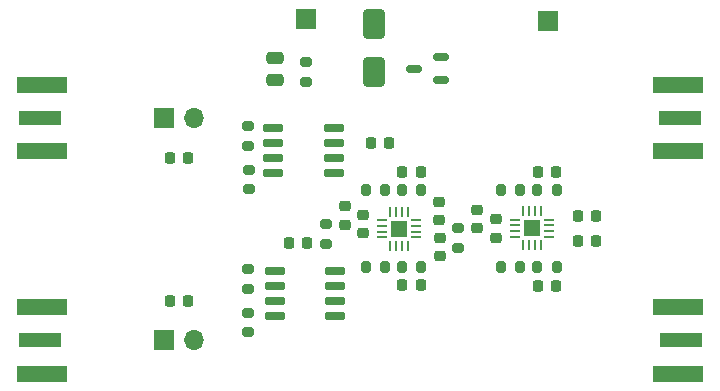
<source format=gbr>
%TF.GenerationSoftware,KiCad,Pcbnew,7.0.11-7.0.11~ubuntu22.04.1*%
%TF.CreationDate,2024-11-23T22:03:05+01:00*%
%TF.ProjectId,analog-amplifier,616e616c-6f67-42d6-916d-706c69666965,rev?*%
%TF.SameCoordinates,Original*%
%TF.FileFunction,Soldermask,Top*%
%TF.FilePolarity,Negative*%
%FSLAX46Y46*%
G04 Gerber Fmt 4.6, Leading zero omitted, Abs format (unit mm)*
G04 Created by KiCad (PCBNEW 7.0.11-7.0.11~ubuntu22.04.1) date 2024-11-23 22:03:05*
%MOMM*%
%LPD*%
G01*
G04 APERTURE LIST*
G04 Aperture macros list*
%AMRoundRect*
0 Rectangle with rounded corners*
0 $1 Rounding radius*
0 $2 $3 $4 $5 $6 $7 $8 $9 X,Y pos of 4 corners*
0 Add a 4 corners polygon primitive as box body*
4,1,4,$2,$3,$4,$5,$6,$7,$8,$9,$2,$3,0*
0 Add four circle primitives for the rounded corners*
1,1,$1+$1,$2,$3*
1,1,$1+$1,$4,$5*
1,1,$1+$1,$6,$7*
1,1,$1+$1,$8,$9*
0 Add four rect primitives between the rounded corners*
20,1,$1+$1,$2,$3,$4,$5,0*
20,1,$1+$1,$4,$5,$6,$7,0*
20,1,$1+$1,$6,$7,$8,$9,0*
20,1,$1+$1,$8,$9,$2,$3,0*%
G04 Aperture macros list end*
%ADD10R,1.700000X1.700000*%
%ADD11RoundRect,0.200000X-0.275000X0.200000X-0.275000X-0.200000X0.275000X-0.200000X0.275000X0.200000X0*%
%ADD12O,1.700000X1.700000*%
%ADD13RoundRect,0.062500X-0.375000X-0.062500X0.375000X-0.062500X0.375000X0.062500X-0.375000X0.062500X0*%
%ADD14RoundRect,0.062500X-0.062500X-0.375000X0.062500X-0.375000X0.062500X0.375000X-0.062500X0.375000X0*%
%ADD15R,1.450000X1.450000*%
%ADD16RoundRect,0.225000X-0.225000X-0.250000X0.225000X-0.250000X0.225000X0.250000X-0.225000X0.250000X0*%
%ADD17RoundRect,0.200000X0.275000X-0.200000X0.275000X0.200000X-0.275000X0.200000X-0.275000X-0.200000X0*%
%ADD18RoundRect,0.225000X-0.250000X0.225000X-0.250000X-0.225000X0.250000X-0.225000X0.250000X0.225000X0*%
%ADD19RoundRect,0.200000X-0.200000X-0.275000X0.200000X-0.275000X0.200000X0.275000X-0.200000X0.275000X0*%
%ADD20R,3.600000X1.270000*%
%ADD21R,4.200000X1.350000*%
%ADD22RoundRect,0.225000X0.250000X-0.225000X0.250000X0.225000X-0.250000X0.225000X-0.250000X-0.225000X0*%
%ADD23RoundRect,0.225000X0.225000X0.250000X-0.225000X0.250000X-0.225000X-0.250000X0.225000X-0.250000X0*%
%ADD24RoundRect,0.200000X0.200000X0.275000X-0.200000X0.275000X-0.200000X-0.275000X0.200000X-0.275000X0*%
%ADD25RoundRect,0.150000X0.512500X0.150000X-0.512500X0.150000X-0.512500X-0.150000X0.512500X-0.150000X0*%
%ADD26RoundRect,0.250000X0.650000X-1.000000X0.650000X1.000000X-0.650000X1.000000X-0.650000X-1.000000X0*%
%ADD27RoundRect,0.150000X-0.725000X-0.150000X0.725000X-0.150000X0.725000X0.150000X-0.725000X0.150000X0*%
%ADD28RoundRect,0.250000X0.475000X-0.250000X0.475000X0.250000X-0.475000X0.250000X-0.475000X-0.250000X0*%
G04 APERTURE END LIST*
D10*
%TO.C,J6*%
X141570000Y-70770000D03*
%TD*%
D11*
%TO.C,R3*%
X116180000Y-79700000D03*
X116180000Y-81350000D03*
%TD*%
D10*
%TO.C,J5*%
X121050000Y-70640000D03*
%TD*%
%TO.C,JP1*%
X109050000Y-79000000D03*
D12*
X111590000Y-79000000D03*
%TD*%
D13*
%TO.C,U2*%
X127492500Y-87620000D03*
X127492500Y-88120000D03*
X127492500Y-88620000D03*
X127492500Y-89120000D03*
D14*
X128180000Y-89807500D03*
X128680000Y-89807500D03*
X129180000Y-89807500D03*
X129680000Y-89807500D03*
D13*
X130367500Y-89120000D03*
X130367500Y-88620000D03*
X130367500Y-88120000D03*
X130367500Y-87620000D03*
D14*
X129680000Y-86932500D03*
X129180000Y-86932500D03*
X128680000Y-86932500D03*
X128180000Y-86932500D03*
D15*
X128930000Y-88370000D03*
%TD*%
D16*
%TO.C,C4*%
X129225000Y-93180000D03*
X130775000Y-93180000D03*
%TD*%
D11*
%TO.C,R8*%
X116180000Y-91810000D03*
X116180000Y-93460000D03*
%TD*%
D17*
%TO.C,R2*%
X133957500Y-89990000D03*
X133957500Y-88340000D03*
%TD*%
D13*
%TO.C,U4*%
X138740000Y-87605000D03*
X138740000Y-88105000D03*
X138740000Y-88605000D03*
X138740000Y-89105000D03*
D14*
X139427500Y-89792500D03*
X139927500Y-89792500D03*
X140427500Y-89792500D03*
X140927500Y-89792500D03*
D13*
X141615000Y-89105000D03*
X141615000Y-88605000D03*
X141615000Y-88105000D03*
X141615000Y-87605000D03*
D14*
X140927500Y-86917500D03*
X140427500Y-86917500D03*
X139927500Y-86917500D03*
X139427500Y-86917500D03*
D15*
X140177500Y-88355000D03*
%TD*%
D16*
%TO.C,C5*%
X109515000Y-94485000D03*
X111065000Y-94485000D03*
%TD*%
D18*
%TO.C,C9*%
X137107500Y-87590000D03*
X137107500Y-89140000D03*
%TD*%
D16*
%TO.C,C13*%
X126575000Y-81100000D03*
X128125000Y-81100000D03*
%TD*%
D19*
%TO.C,R11*%
X137532500Y-85125000D03*
X139182500Y-85125000D03*
%TD*%
D20*
%TO.C,J1*%
X98500000Y-79000000D03*
D21*
X98700000Y-76175000D03*
X98700000Y-81825000D03*
%TD*%
D22*
%TO.C,C11*%
X135537500Y-88330000D03*
X135537500Y-86780000D03*
%TD*%
D19*
%TO.C,R13*%
X140622500Y-85135000D03*
X142272500Y-85135000D03*
%TD*%
D23*
%TO.C,C12*%
X121165000Y-89580000D03*
X119615000Y-89580000D03*
%TD*%
D19*
%TO.C,R5*%
X126125000Y-85140000D03*
X127775000Y-85140000D03*
%TD*%
D24*
%TO.C,R7*%
X130825000Y-91650000D03*
X129175000Y-91650000D03*
%TD*%
D20*
%TO.C,J2*%
X98520000Y-97835000D03*
D21*
X98720000Y-95010000D03*
X98720000Y-100660000D03*
%TD*%
D25*
%TO.C,D1*%
X132487500Y-75787500D03*
X132487500Y-73887500D03*
X130212500Y-74837500D03*
%TD*%
D24*
%TO.C,R14*%
X142272500Y-91645000D03*
X140622500Y-91645000D03*
%TD*%
D26*
%TO.C,D2*%
X126775000Y-75075000D03*
X126775000Y-71075000D03*
%TD*%
D19*
%TO.C,R12*%
X137532500Y-91645000D03*
X139182500Y-91645000D03*
%TD*%
D27*
%TO.C,U1*%
X118285000Y-79830000D03*
X118285000Y-81100000D03*
X118285000Y-82370000D03*
X118285000Y-83640000D03*
X123435000Y-83640000D03*
X123435000Y-82370000D03*
X123435000Y-81100000D03*
X123435000Y-79830000D03*
%TD*%
D19*
%TO.C,R6*%
X129175000Y-85130000D03*
X130825000Y-85130000D03*
%TD*%
D18*
%TO.C,C14*%
X125890000Y-87235000D03*
X125890000Y-88785000D03*
%TD*%
D20*
%TO.C,J4*%
X152767500Y-97835000D03*
D21*
X152567500Y-100660000D03*
X152567500Y-95010000D03*
%TD*%
D11*
%TO.C,R9*%
X116180000Y-95500000D03*
X116180000Y-97150000D03*
%TD*%
D27*
%TO.C,U3*%
X118395000Y-91940000D03*
X118395000Y-93210000D03*
X118395000Y-94480000D03*
X118395000Y-95750000D03*
X123545000Y-95750000D03*
X123545000Y-94480000D03*
X123545000Y-93210000D03*
X123545000Y-91940000D03*
%TD*%
D17*
%TO.C,R15*%
X122730000Y-89665000D03*
X122730000Y-88015000D03*
%TD*%
D16*
%TO.C,C15*%
X144055000Y-89410000D03*
X145605000Y-89410000D03*
%TD*%
D20*
%TO.C,J3*%
X152757500Y-79000000D03*
D21*
X152557500Y-81825000D03*
X152557500Y-76175000D03*
%TD*%
D16*
%TO.C,C2*%
X109515000Y-82380000D03*
X111065000Y-82380000D03*
%TD*%
D11*
%TO.C,F1*%
X121020000Y-74275000D03*
X121020000Y-75925000D03*
%TD*%
D22*
%TO.C,C16*%
X132350000Y-87640000D03*
X132350000Y-86090000D03*
%TD*%
D16*
%TO.C,C1*%
X144045000Y-87280000D03*
X145595000Y-87280000D03*
%TD*%
D22*
%TO.C,C10*%
X124330000Y-88035000D03*
X124330000Y-86485000D03*
%TD*%
D19*
%TO.C,R10*%
X126125000Y-91650000D03*
X127775000Y-91650000D03*
%TD*%
D18*
%TO.C,C17*%
X132360000Y-89140000D03*
X132360000Y-90690000D03*
%TD*%
D28*
%TO.C,C8*%
X118400000Y-75825000D03*
X118400000Y-73925000D03*
%TD*%
D11*
%TO.C,R4*%
X116200000Y-83395000D03*
X116200000Y-85045000D03*
%TD*%
D10*
%TO.C,JP2*%
X109050000Y-97835000D03*
D12*
X111590000Y-97835000D03*
%TD*%
D23*
%TO.C,C6*%
X142222500Y-83565000D03*
X140672500Y-83565000D03*
%TD*%
%TO.C,C3*%
X130775000Y-83590000D03*
X129225000Y-83590000D03*
%TD*%
D16*
%TO.C,C7*%
X140672500Y-93195000D03*
X142222500Y-93195000D03*
%TD*%
M02*

</source>
